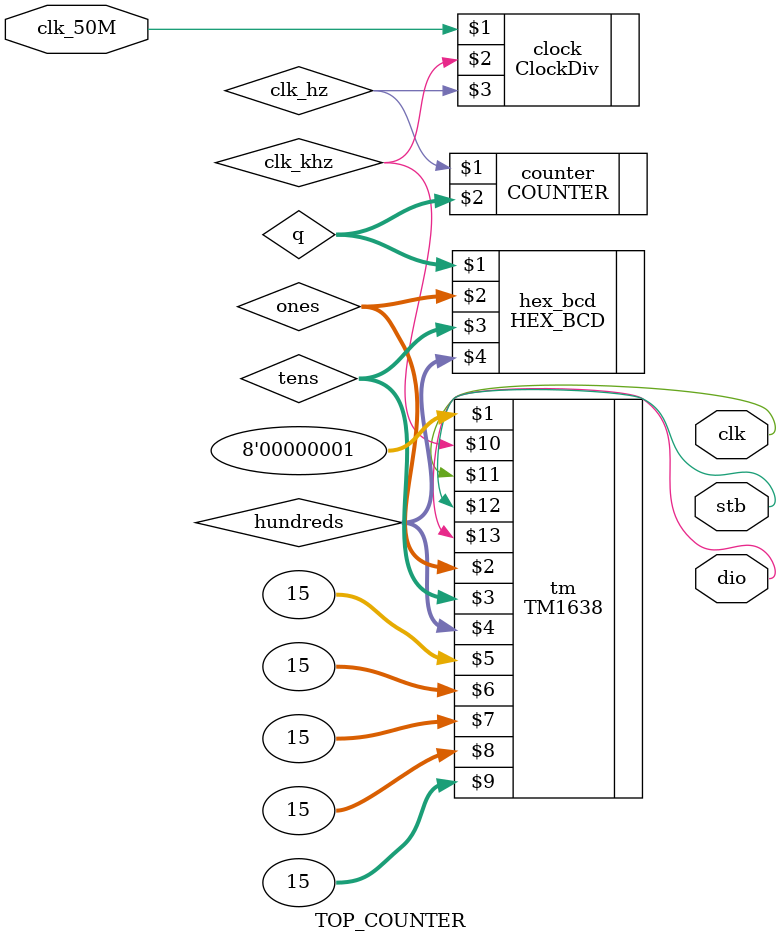
<source format=v>
`timescale 1ns / 1ps
module TOP_COUNTER(
input clk_50M,
output wire clk,
output wire stb,
output wire dio
    );
wire clk_khz,clk_hz;
wire [7:0] q;
wire [3:0] ones,tens,hundreds ;
ClockDiv clock (clk_50M, clk_khz,clk_hz) ;
COUNTER counter (clk_hz,q ) ;
HEX_BCD hex_bcd (q,ones,tens,hundreds);
wire [4:0] seg [7:0];
TM1638 tm (8'b1,ones,tens,hundreds,15,15,15,15,15,
clk_khz,
 clk,
 stb,
 dio
 );
endmodule

</source>
